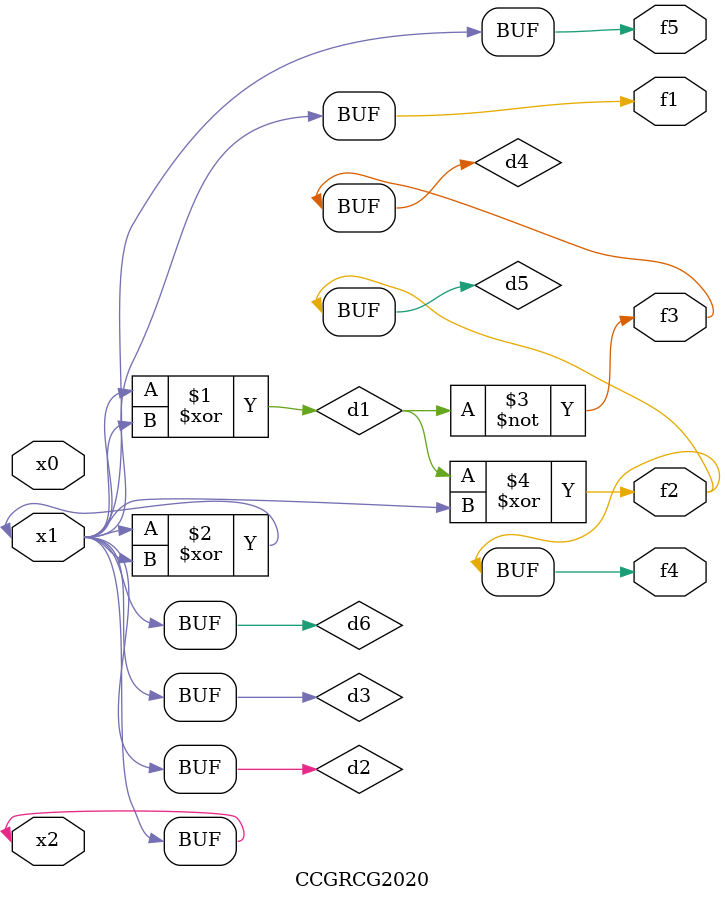
<source format=v>
module CCGRCG2020(
	input x0, x1, x2,
	output f1, f2, f3, f4, f5
);

	wire d1, d2, d3, d4, d5, d6;

	xor (d1, x1, x2);
	buf (d2, x1, x2);
	xor (d3, x1, x2);
	nor (d4, d1);
	xor (d5, d1, d2);
	buf (d6, d2, d3);
	assign f1 = d6;
	assign f2 = d5;
	assign f3 = d4;
	assign f4 = d5;
	assign f5 = d6;
endmodule

</source>
